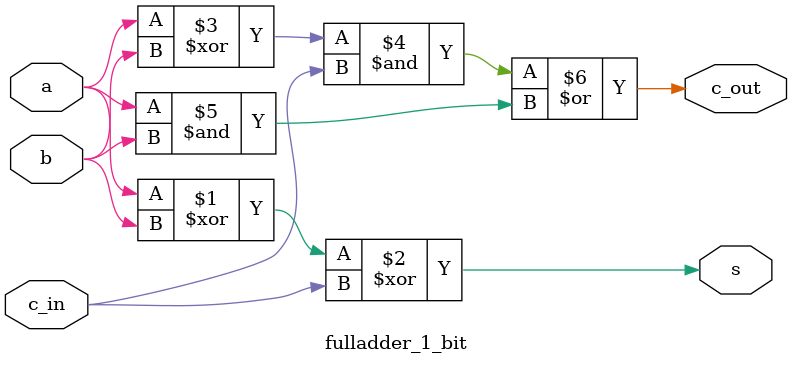
<source format=v>
`timescale 1ns / 1ps
module fulladder_1_bit(
	input a, b, c_in,
	output s, c_out
);	
	assign s = a ^ b ^ c_in;
	assign c_out = ((a ^ b) & c_in) | (a & b);
endmodule

</source>
